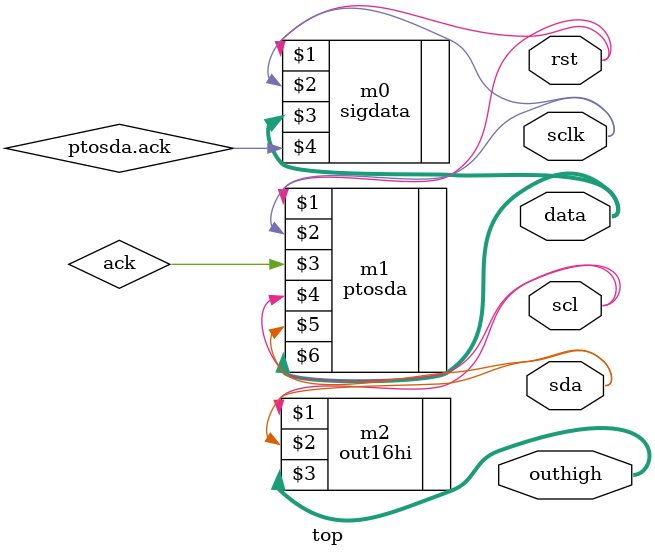
<source format=v>

module top(
output [3:0] data,
output sclk,
output scl,
output sda,
output rst,
output [15:0] outhigh
);
sigdata m0(rst, sclk, data, ptosda.ack);
ptosda m1(rst, sclk, ack, scl, sda, data);
out16hi m2(scl, sda, outhigh);
endmodule
</source>
